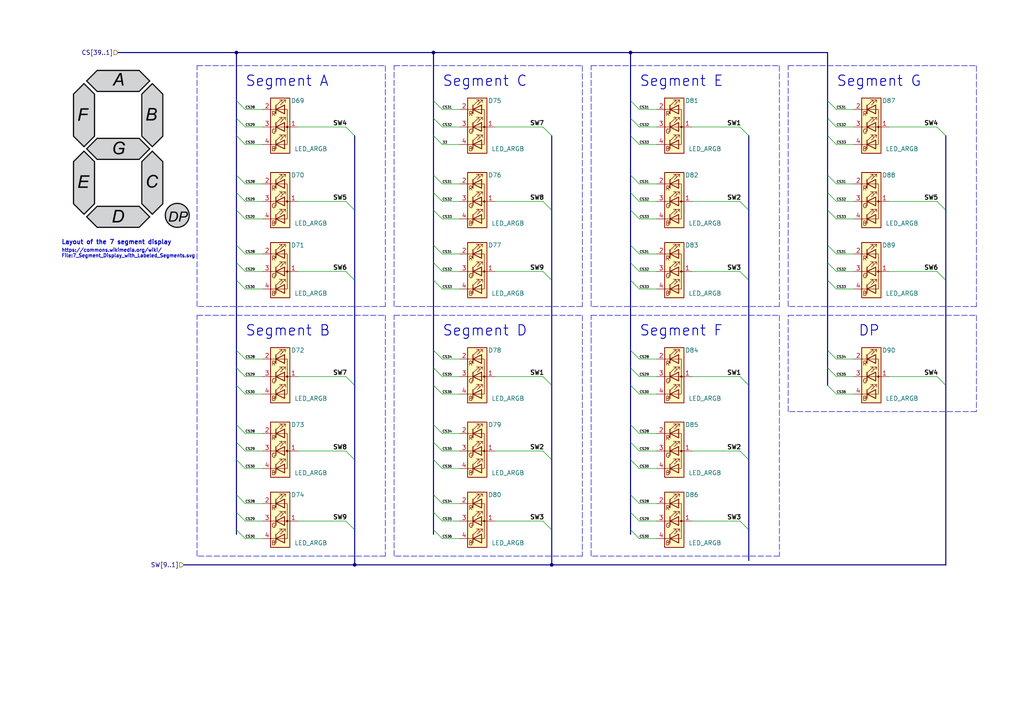
<source format=kicad_sch>
(kicad_sch (version 20211123) (generator eeschema)
  (paper "A4")
  (title_block (title "PMod RGB & Segment Display") (rev "v0.1") (company "James Horton") (comment 1 "interface, all LED's are designed to be indivdually addressable ") (comment 2 "This design is a 4 Digit Seven Segment Display made from RGB LED's, controlled using I2C") (comment 4 "Licensed Under CERN Open Hardware Licence Version 2 - Permissive"))
  (lib_symbols
    (symbol "Device:LED_ARGB" (pin_names (offset 0) hide)
      (property "Reference" "D" (at 0 9.398 0))
      (property "Value" "LED_ARGB" (at 0 -8.89 0))
      (symbol "LED_ARGB_0_0"
        (text "B" (at -1.905 -6.35 0) (effects (font (size 1.27 1.27))))
        (text "G" (at -1.905 -1.27 0) (effects (font (size 1.27 1.27))))
        (text "R" (at -1.905 3.81 0) (effects (font (size 1.27 1.27))))
      )
      (symbol "LED_ARGB_0_1"
        (polyline (pts (xy -1.27 -5.08) (xy -2.54 -5.08)))
        (polyline (pts (xy -1.27 -5.08) (xy 1.27 -5.08)))
        (polyline (pts (xy -1.27 -3.81) (xy -1.27 -6.35)) (stroke (width 0.254)))
        (polyline (pts (xy -1.27 0) (xy -2.54 0)))
        (polyline (pts (xy -1.27 1.27) (xy -1.27 -1.27)) (stroke (width 0.254)))
        (polyline (pts (xy -1.27 5.08) (xy -2.54 5.08)))
        (polyline (pts (xy -1.27 5.08) (xy 1.27 5.08)))
        (polyline (pts (xy -1.27 6.35) (xy -1.27 3.81)) (stroke (width 0.254)))
        (polyline (pts (xy 1.27 0) (xy -1.27 0)))
        (polyline (pts (xy 1.27 0) (xy 2.54 0)))
        (polyline (pts (xy -1.27 1.27) (xy -1.27 -1.27) (xy -1.27 -1.27)))
        (polyline (pts (xy -1.27 6.35) (xy -1.27 3.81) (xy -1.27 3.81)))
        (polyline (pts (xy 1.27 -5.08) (xy 2.032 -5.08) (xy 2.032 5.08) (xy 1.27 5.08)))
        (polyline (pts (xy 1.27 -3.81) (xy 1.27 -6.35) (xy -1.27 -5.08) (xy 1.27 -3.81)) (stroke (width 0.254)))
        (polyline (pts (xy 1.27 1.27) (xy 1.27 -1.27) (xy -1.27 0) (xy 1.27 1.27)) (stroke (width 0.254)))
        (polyline (pts (xy 1.27 6.35) (xy 1.27 3.81) (xy -1.27 5.08) (xy 1.27 6.35)) (stroke (width 0.254)))
        (polyline (pts (xy -1.016 -3.81) (xy 0.508 -2.286) (xy -0.254 -2.286) (xy 0.508 -2.286) (xy 0.508 -3.048)))
        (polyline (pts (xy -1.016 1.27) (xy 0.508 2.794) (xy -0.254 2.794) (xy 0.508 2.794) (xy 0.508 2.032)))
        (polyline (pts (xy -1.016 6.35) (xy 0.508 7.874) (xy -0.254 7.874) (xy 0.508 7.874) (xy 0.508 7.112)))
        (polyline (pts (xy 0 -3.81) (xy 1.524 -2.286) (xy 0.762 -2.286) (xy 1.524 -2.286) (xy 1.524 -3.048)))
        (polyline (pts (xy 0 1.27) (xy 1.524 2.794) (xy 0.762 2.794) (xy 1.524 2.794) (xy 1.524 2.032)))
        (polyline (pts (xy 0 6.35) (xy 1.524 7.874) (xy 0.762 7.874) (xy 1.524 7.874) (xy 1.524 7.112)))
        (rectangle (start 1.27 -1.27) (end 1.27 1.27))
        (rectangle (start 1.27 1.27) (end 1.27 1.27))
        (rectangle (start 1.27 3.81) (end 1.27 6.35))
        (rectangle (start 1.27 6.35) (end 1.27 6.35))
        (circle (center 2.032 0) (radius 0.254) (fill (type outline)))
        (rectangle (start 2.794 8.382) (end -2.794 -7.62) (stroke (width 0.254)) (fill (type background)))
      )
      (symbol "LED_ARGB_1_1"
        (pin passive line (at 5.08 0 180) (length 2.54) (name "A") (number "1"))
        (pin passive line (at -5.08 5.08 0) (length 2.54) (name "RK") (number "2"))
        (pin passive line (at -5.08 0 0) (length 2.54) (name "GK") (number "3"))
        (pin passive line (at -5.08 -5.08 0) (length 2.54) (name "BK") (number "4"))
      )
    )
  )
  (junction (at 160.02 163.83))
  (junction (at 182.88 15.24))
  (junction (at 125.73 15.24))
  (junction (at 102.87 163.83))
  (junction (at 68.58 15.24))
  (bus_entry (at 182.88 55.88) (size 2.54 2.54))
  (bus_entry (at 125.73 133.35) (size 2.54 2.54))
  (bus_entry (at 100.33 36.83) (size 2.54 2.54))
  (bus_entry (at 100.33 78.74) (size 2.54 2.54))
  (bus_entry (at 125.73 81.28) (size 2.54 2.54))
  (bus_entry (at 240.03 55.88) (size 2.54 2.54))
  (bus_entry (at 182.88 76.2) (size 2.54 2.54))
  (bus_entry (at 182.88 50.8) (size 2.54 2.54))
  (bus_entry (at 125.73 50.8) (size 2.54 2.54))
  (bus_entry (at 68.58 39.37) (size 2.54 2.54))
  (bus_entry (at 214.63 109.22) (size 2.54 2.54))
  (bus_entry (at 125.73 143.51) (size 2.54 2.54))
  (bus_entry (at 157.48 58.42) (size 2.54 2.54))
  (bus_entry (at 240.03 106.68) (size 2.54 2.54))
  (bus_entry (at 68.58 143.51) (size 2.54 2.54))
  (bus_entry (at 182.88 128.27) (size 2.54 2.54))
  (bus_entry (at 100.33 130.81) (size 2.54 2.54))
  (bus_entry (at 182.88 133.35) (size 2.54 2.54))
  (bus_entry (at 182.88 39.37) (size 2.54 2.54))
  (bus_entry (at 100.33 109.22) (size 2.54 2.54))
  (bus_entry (at 182.88 101.6) (size 2.54 2.54))
  (bus_entry (at 125.73 148.59) (size 2.54 2.54))
  (bus_entry (at 182.88 111.76) (size 2.54 2.54))
  (bus_entry (at 240.03 71.12) (size 2.54 2.54))
  (bus_entry (at 182.88 60.96) (size 2.54 2.54))
  (bus_entry (at 100.33 151.13) (size 2.54 2.54))
  (bus_entry (at 240.03 39.37) (size 2.54 2.54))
  (bus_entry (at 271.78 58.42) (size 2.54 2.54))
  (bus_entry (at 240.03 50.8) (size 2.54 2.54))
  (bus_entry (at 182.88 148.59) (size 2.54 2.54))
  (bus_entry (at 125.73 153.67) (size 2.54 2.54))
  (bus_entry (at 182.88 34.29) (size 2.54 2.54))
  (bus_entry (at 125.73 71.12) (size 2.54 2.54))
  (bus_entry (at 68.58 153.67) (size 2.54 2.54))
  (bus_entry (at 100.33 58.42) (size 2.54 2.54))
  (bus_entry (at 182.88 81.28) (size 2.54 2.54))
  (bus_entry (at 240.03 101.6) (size 2.54 2.54))
  (bus_entry (at 182.88 71.12) (size 2.54 2.54))
  (bus_entry (at 214.63 58.42) (size 2.54 2.54))
  (bus_entry (at 125.73 111.76) (size 2.54 2.54))
  (bus_entry (at 125.73 106.68) (size 2.54 2.54))
  (bus_entry (at 182.88 123.19) (size 2.54 2.54))
  (bus_entry (at 68.58 133.35) (size 2.54 2.54))
  (bus_entry (at 240.03 111.76) (size 2.54 2.54))
  (bus_entry (at 214.63 151.13) (size 2.54 2.54))
  (bus_entry (at 157.48 78.74) (size 2.54 2.54))
  (bus_entry (at 68.58 71.12) (size 2.54 2.54))
  (bus_entry (at 125.73 101.6) (size 2.54 2.54))
  (bus_entry (at 214.63 78.74) (size 2.54 2.54))
  (bus_entry (at 125.73 29.21) (size 2.54 2.54))
  (bus_entry (at 68.58 101.6) (size 2.54 2.54))
  (bus_entry (at 240.03 81.28) (size 2.54 2.54))
  (bus_entry (at 125.73 76.2) (size 2.54 2.54))
  (bus_entry (at 157.48 36.83) (size 2.54 2.54))
  (bus_entry (at 125.73 34.29) (size 2.54 2.54))
  (bus_entry (at 182.88 29.21) (size 2.54 2.54))
  (bus_entry (at 68.58 60.96) (size 2.54 2.54))
  (bus_entry (at 157.48 151.13) (size 2.54 2.54))
  (bus_entry (at 68.58 55.88) (size 2.54 2.54))
  (bus_entry (at 240.03 29.21) (size 2.54 2.54))
  (bus_entry (at 240.03 60.96) (size 2.54 2.54))
  (bus_entry (at 125.73 60.96) (size 2.54 2.54))
  (bus_entry (at 68.58 29.21) (size 2.54 2.54))
  (bus_entry (at 157.48 109.22) (size 2.54 2.54))
  (bus_entry (at 214.63 36.83) (size 2.54 2.54))
  (bus_entry (at 68.58 128.27) (size 2.54 2.54))
  (bus_entry (at 68.58 34.29) (size 2.54 2.54))
  (bus_entry (at 68.58 106.68) (size 2.54 2.54))
  (bus_entry (at 240.03 76.2) (size 2.54 2.54))
  (bus_entry (at 68.58 148.59) (size 2.54 2.54))
  (bus_entry (at 68.58 76.2) (size 2.54 2.54))
  (bus_entry (at 157.48 130.81) (size 2.54 2.54))
  (bus_entry (at 240.03 34.29) (size 2.54 2.54))
  (bus_entry (at 271.78 109.22) (size 2.54 2.54))
  (bus_entry (at 125.73 55.88) (size 2.54 2.54))
  (bus_entry (at 271.78 36.83) (size 2.54 2.54))
  (bus_entry (at 68.58 50.8) (size 2.54 2.54))
  (bus_entry (at 125.73 39.37) (size 2.54 2.54))
  (bus_entry (at 125.73 123.19) (size 2.54 2.54))
  (bus_entry (at 182.88 143.51) (size 2.54 2.54))
  (bus_entry (at 271.78 78.74) (size 2.54 2.54))
  (bus_entry (at 125.73 128.27) (size 2.54 2.54))
  (bus_entry (at 68.58 111.76) (size 2.54 2.54))
  (bus_entry (at 68.58 123.19) (size 2.54 2.54))
  (bus_entry (at 182.88 106.68) (size 2.54 2.54))
  (bus_entry (at 68.58 81.28) (size 2.54 2.54))
  (bus_entry (at 182.88 153.67) (size 2.54 2.54))
  (bus_entry (at 214.63 130.81) (size 2.54 2.54))
  (wire (pts (xy 200.66 109.22) (xy 214.63 109.22)))
  (wire (pts (xy 86.36 109.22) (xy 100.33 109.22)))
  (wire (pts (xy 242.57 36.83) (xy 247.65 36.83)))
  (bus (pts (xy 125.73 143.51) (xy 125.73 148.59)))
  (wire (pts (xy 71.12 73.66) (xy 76.2 73.66)))
  (wire (pts (xy 71.12 36.83) (xy 76.2 36.83)))
  (bus (pts (xy 68.58 123.19) (xy 68.58 128.27)))
  (polyline (pts (xy 171.45 88.9) (xy 171.45 19.05)))
  (wire (pts (xy 242.57 104.14) (xy 247.65 104.14)))
  (bus (pts (xy 274.32 81.28) (xy 274.32 111.76)))
  (wire (pts (xy 185.42 104.14) (xy 190.5 104.14)))
  (bus (pts (xy 102.87 39.37) (xy 102.87 60.96)))
  (wire (pts (xy 214.63 130.81) (xy 200.66 130.81)))
  (wire (pts (xy 128.27 156.21) (xy 133.35 156.21)))
  (bus (pts (xy 125.73 15.24) (xy 182.88 15.24)))
  (bus (pts (xy 240.03 50.8) (xy 240.03 55.88)))
  (wire (pts (xy 242.57 73.66) (xy 247.65 73.66)))
  (wire (pts (xy 128.27 78.74) (xy 133.35 78.74)))
  (wire (pts (xy 185.42 156.21) (xy 190.5 156.21)))
  (bus (pts (xy 160.02 81.28) (xy 160.02 111.76)))
  (bus (pts (xy 125.73 55.88) (xy 125.73 60.96)))
  (wire (pts (xy 242.57 41.91) (xy 247.65 41.91)))
  (wire (pts (xy 200.66 36.83) (xy 214.63 36.83)))
  (polyline (pts (xy 111.76 19.05) (xy 111.76 88.9)))
  (wire (pts (xy 257.81 78.74) (xy 271.78 78.74)))
  (bus (pts (xy 102.87 60.96) (xy 102.87 81.28)))
  (polyline (pts (xy 283.21 119.38) (xy 228.6 119.38)))
  (bus (pts (xy 182.88 60.96) (xy 182.88 71.12)))
  (bus (pts (xy 125.73 71.12) (xy 125.73 76.2)))
  (bus (pts (xy 182.88 133.35) (xy 182.88 143.51)))
  (bus (pts (xy 68.58 15.24) (xy 125.73 15.24)))
  (bus (pts (xy 160.02 60.96) (xy 160.02 81.28)))
  (wire (pts (xy 128.27 114.3) (xy 133.35 114.3)))
  (wire (pts (xy 71.12 78.74) (xy 76.2 78.74)))
  (wire (pts (xy 71.12 31.75) (xy 76.2 31.75)))
  (bus (pts (xy 182.88 148.59) (xy 182.88 153.67)))
  (bus (pts (xy 182.88 29.21) (xy 182.88 34.29)))
  (wire (pts (xy 143.51 36.83) (xy 157.48 36.83)))
  (bus (pts (xy 68.58 76.2) (xy 68.58 81.28)))
  (wire (pts (xy 128.27 31.75) (xy 133.35 31.75)))
  (wire (pts (xy 71.12 156.21) (xy 76.2 156.21)))
  (bus (pts (xy 53.34 163.83) (xy 102.87 163.83)))
  (wire (pts (xy 185.42 146.05) (xy 190.5 146.05)))
  (bus (pts (xy 68.58 153.67) (xy 68.58 154.94)))
  (bus (pts (xy 160.02 163.83) (xy 274.32 163.83)))
  (wire (pts (xy 185.42 53.34) (xy 190.5 53.34)))
  (polyline (pts (xy 171.45 161.29) (xy 171.45 91.44)))
  (wire (pts (xy 143.51 109.22) (xy 157.48 109.22)))
  (bus (pts (xy 68.58 111.76) (xy 68.58 123.19)))
  (wire (pts (xy 214.63 58.42) (xy 200.66 58.42)))
  (bus (pts (xy 217.17 39.37) (xy 217.17 60.96)))
  (wire (pts (xy 242.57 58.42) (xy 247.65 58.42)))
  (wire (pts (xy 185.42 73.66) (xy 190.5 73.66)))
  (bus (pts (xy 182.88 143.51) (xy 182.88 148.59)))
  (bus (pts (xy 182.88 106.68) (xy 182.88 111.76)))
  (wire (pts (xy 128.27 104.14) (xy 133.35 104.14)))
  (bus (pts (xy 182.88 50.8) (xy 182.88 55.88)))
  (bus (pts (xy 160.02 133.35) (xy 160.02 153.67)))
  (wire (pts (xy 128.27 151.13) (xy 133.35 151.13)))
  (wire (pts (xy 271.78 58.42) (xy 257.81 58.42)))
  (wire (pts (xy 242.57 31.75) (xy 247.65 31.75)))
  (bus (pts (xy 240.03 55.88) (xy 240.03 60.96)))
  (wire (pts (xy 185.42 58.42) (xy 190.5 58.42)))
  (wire (pts (xy 185.42 36.83) (xy 190.5 36.83)))
  (bus (pts (xy 68.58 29.21) (xy 68.58 34.29)))
  (wire (pts (xy 185.42 114.3) (xy 190.5 114.3)))
  (bus (pts (xy 68.58 39.37) (xy 68.58 50.8)))
  (bus (pts (xy 240.03 101.6) (xy 240.03 106.68)))
  (wire (pts (xy 128.27 41.91) (xy 133.35 41.91)))
  (wire (pts (xy 128.27 125.73) (xy 133.35 125.73)))
  (wire (pts (xy 257.81 109.22) (xy 271.78 109.22)))
  (wire (pts (xy 185.42 41.91) (xy 190.5 41.91)))
  (polyline (pts (xy 114.3 88.9) (xy 114.3 19.05)))
  (bus (pts (xy 102.87 81.28) (xy 102.87 111.76)))
  (wire (pts (xy 71.12 130.81) (xy 76.2 130.81)))
  (bus (pts (xy 217.17 153.67) (xy 217.17 162.56)))
  (bus (pts (xy 217.17 81.28) (xy 217.17 111.76)))
  (bus (pts (xy 68.58 81.28) (xy 68.58 101.6)))
  (polyline (pts (xy 171.45 19.05) (xy 226.06 19.05)))
  (wire (pts (xy 71.12 114.3) (xy 76.2 114.3)))
  (polyline (pts (xy 226.06 91.44) (xy 226.06 161.29)))
  (wire (pts (xy 185.42 109.22) (xy 190.5 109.22)))
  (bus (pts (xy 125.73 148.59) (xy 125.73 153.67)))
  (bus (pts (xy 125.73 34.29) (xy 125.73 39.37)))
  (bus (pts (xy 102.87 111.76) (xy 102.87 133.35)))
  (bus (pts (xy 182.88 15.24) (xy 240.03 15.24)))
  (polyline (pts (xy 57.15 91.44) (xy 111.76 91.44)))
  (polyline (pts (xy 228.6 19.05) (xy 283.21 19.05)))
  (polyline (pts (xy 228.6 119.38) (xy 228.6 91.44)))
  (bus (pts (xy 68.58 133.35) (xy 68.58 143.51)))
  (polyline (pts (xy 111.76 91.44) (xy 111.76 161.29)))
  (wire (pts (xy 157.48 58.42) (xy 143.51 58.42)))
  (bus (pts (xy 274.32 60.96) (xy 274.32 81.28)))
  (bus (pts (xy 125.73 81.28) (xy 125.73 101.6)))
  (wire (pts (xy 157.48 130.81) (xy 143.51 130.81)))
  (bus (pts (xy 125.73 111.76) (xy 125.73 123.19)))
  (wire (pts (xy 71.12 58.42) (xy 76.2 58.42)))
  (polyline (pts (xy 228.6 91.44) (xy 283.21 91.44)))
  (bus (pts (xy 182.88 153.67) (xy 182.88 154.94)))
  (wire (pts (xy 143.51 78.74) (xy 157.48 78.74)))
  (wire (pts (xy 185.42 135.89) (xy 190.5 135.89)))
  (polyline (pts (xy 57.15 19.05) (xy 111.76 19.05)))
  (wire (pts (xy 86.36 151.13) (xy 100.33 151.13)))
  (wire (pts (xy 242.57 63.5) (xy 247.65 63.5)))
  (bus (pts (xy 240.03 15.24) (xy 240.03 29.21)))
  (bus (pts (xy 125.73 15.24) (xy 125.73 29.21)))
  (polyline (pts (xy 283.21 19.05) (xy 283.21 88.9)))
  (wire (pts (xy 71.12 146.05) (xy 76.2 146.05)))
  (wire (pts (xy 200.66 151.13) (xy 214.63 151.13)))
  (polyline (pts (xy 57.15 88.9) (xy 57.15 19.05)))
  (bus (pts (xy 274.32 111.76) (xy 274.32 163.83)))
  (bus (pts (xy 217.17 111.76) (xy 217.17 133.35)))
  (bus (pts (xy 102.87 133.35) (xy 102.87 153.67)))
  (polyline (pts (xy 228.6 88.9) (xy 228.6 19.05)))
  (wire (pts (xy 242.57 53.34) (xy 247.65 53.34)))
  (bus (pts (xy 125.73 29.21) (xy 125.73 34.29)))
  (wire (pts (xy 200.66 78.74) (xy 214.63 78.74)))
  (bus (pts (xy 125.73 133.35) (xy 125.73 143.51)))
  (bus (pts (xy 182.88 76.2) (xy 182.88 81.28)))
  (wire (pts (xy 143.51 151.13) (xy 157.48 151.13)))
  (bus (pts (xy 125.73 101.6) (xy 125.73 106.68)))
  (bus (pts (xy 125.73 153.67) (xy 125.73 154.94)))
  (polyline (pts (xy 283.21 91.44) (xy 283.21 119.38)))
  (wire (pts (xy 185.42 63.5) (xy 190.5 63.5)))
  (bus (pts (xy 68.58 148.59) (xy 68.58 153.67)))
  (bus (pts (xy 182.88 81.28) (xy 182.88 101.6)))
  (bus (pts (xy 125.73 50.8) (xy 125.73 55.88)))
  (bus (pts (xy 68.58 101.6) (xy 68.58 106.68)))
  (bus (pts (xy 160.02 153.67) (xy 160.02 163.83)))
  (bus (pts (xy 125.73 123.19) (xy 125.73 128.27)))
  (bus (pts (xy 68.58 106.68) (xy 68.58 111.76)))
  (bus (pts (xy 68.58 71.12) (xy 68.58 76.2)))
  (bus (pts (xy 160.02 111.76) (xy 160.02 133.35)))
  (wire (pts (xy 128.27 73.66) (xy 133.35 73.66)))
  (bus (pts (xy 182.88 39.37) (xy 182.88 50.8)))
  (bus (pts (xy 160.02 39.37) (xy 160.02 60.96)))
  (bus (pts (xy 182.88 123.19) (xy 182.88 128.27)))
  (polyline (pts (xy 168.91 91.44) (xy 168.91 161.29)))
  (bus (pts (xy 182.88 15.24) (xy 182.88 29.21)))
  (bus (pts (xy 217.17 133.35) (xy 217.17 153.67)))
  (polyline (pts (xy 226.06 88.9) (xy 171.45 88.9)))
  (polyline (pts (xy 114.3 19.05) (xy 168.91 19.05)))
  (wire (pts (xy 71.12 63.5) (xy 76.2 63.5)))
  (wire (pts (xy 71.12 135.89) (xy 76.2 135.89)))
  (wire (pts (xy 100.33 130.81) (xy 86.36 130.81)))
  (polyline (pts (xy 114.3 161.29) (xy 114.3 91.44)))
  (bus (pts (xy 125.73 76.2) (xy 125.73 81.28)))
  (wire (pts (xy 128.27 58.42) (xy 133.35 58.42)))
  (polyline (pts (xy 111.76 161.29) (xy 57.15 161.29)))
  (wire (pts (xy 257.81 36.83) (xy 271.78 36.83)))
  (wire (pts (xy 185.42 31.75) (xy 190.5 31.75)))
  (bus (pts (xy 68.58 143.51) (xy 68.58 148.59)))
  (bus (pts (xy 240.03 29.21) (xy 240.03 34.29)))
  (bus (pts (xy 217.17 60.96) (xy 217.17 81.28)))
  (wire (pts (xy 86.36 36.83) (xy 100.33 36.83)))
  (wire (pts (xy 185.42 125.73) (xy 190.5 125.73)))
  (bus (pts (xy 125.73 60.96) (xy 125.73 71.12)))
  (bus (pts (xy 240.03 39.37) (xy 240.03 50.8)))
  (bus (pts (xy 102.87 153.67) (xy 102.87 163.83)))
  (bus (pts (xy 240.03 76.2) (xy 240.03 81.28)))
  (wire (pts (xy 128.27 135.89) (xy 133.35 135.89)))
  (wire (pts (xy 86.36 78.74) (xy 100.33 78.74)))
  (wire (pts (xy 185.42 83.82) (xy 190.5 83.82)))
  (polyline (pts (xy 168.91 19.05) (xy 168.91 88.9)))
  (wire (pts (xy 128.27 36.83) (xy 133.35 36.83)))
  (bus (pts (xy 182.88 71.12) (xy 182.88 76.2)))
  (bus (pts (xy 182.88 111.76) (xy 182.88 123.19)))
  (wire (pts (xy 71.12 151.13) (xy 76.2 151.13)))
  (bus (pts (xy 182.88 128.27) (xy 182.88 133.35)))
  (bus (pts (xy 68.58 15.24) (xy 68.58 29.21)))
  (bus (pts (xy 68.58 55.88) (xy 68.58 60.96)))
  (bus (pts (xy 182.88 101.6) (xy 182.88 106.68)))
  (wire (pts (xy 242.57 114.3) (xy 247.65 114.3)))
  (wire (pts (xy 185.42 151.13) (xy 190.5 151.13)))
  (wire (pts (xy 71.12 125.73) (xy 76.2 125.73)))
  (wire (pts (xy 71.12 83.82) (xy 76.2 83.82)))
  (wire (pts (xy 242.57 78.74) (xy 247.65 78.74)))
  (bus (pts (xy 34.29 15.24) (xy 68.58 15.24)))
  (polyline (pts (xy 283.21 88.9) (xy 228.6 88.9)))
  (bus (pts (xy 182.88 55.88) (xy 182.88 60.96)))
  (wire (pts (xy 128.27 130.81) (xy 133.35 130.81)))
  (bus (pts (xy 240.03 34.29) (xy 240.03 39.37)))
  (polyline (pts (xy 114.3 91.44) (xy 168.91 91.44)))
  (bus (pts (xy 125.73 128.27) (xy 125.73 133.35)))
  (wire (pts (xy 128.27 53.34) (xy 133.35 53.34)))
  (wire (pts (xy 128.27 63.5) (xy 133.35 63.5)))
  (bus (pts (xy 240.03 60.96) (xy 240.03 71.12)))
  (polyline (pts (xy 168.91 88.9) (xy 114.3 88.9)))
  (bus (pts (xy 240.03 81.28) (xy 240.03 101.6)))
  (polyline (pts (xy 111.76 88.9) (xy 57.15 88.9)))
  (polyline (pts (xy 226.06 161.29) (xy 171.45 161.29)))
  (bus (pts (xy 125.73 106.68) (xy 125.73 111.76)))
  (wire (pts (xy 242.57 109.22) (xy 247.65 109.22)))
  (wire (pts (xy 71.12 41.91) (xy 76.2 41.91)))
  (bus (pts (xy 274.32 39.37) (xy 274.32 60.96)))
  (bus (pts (xy 102.87 163.83) (xy 160.02 163.83)))
  (polyline (pts (xy 171.45 91.44) (xy 226.06 91.44)))
  (polyline (pts (xy 168.91 161.29) (xy 114.3 161.29)))
  (polyline (pts (xy 57.15 161.29) (xy 57.15 91.44)))
  (bus (pts (xy 125.73 39.37) (xy 125.73 50.8)))
  (wire (pts (xy 128.27 146.05) (xy 133.35 146.05)))
  (bus (pts (xy 68.58 50.8) (xy 68.58 55.88)))
  (bus (pts (xy 240.03 106.68) (xy 240.03 111.76)))
  (wire (pts (xy 185.42 130.81) (xy 190.5 130.81)))
  (polyline (pts (xy 226.06 19.05) (xy 226.06 88.9)))
  (wire (pts (xy 128.27 109.22) (xy 133.35 109.22)))
  (bus (pts (xy 68.58 34.29) (xy 68.58 39.37)))
  (wire (pts (xy 242.57 83.82) (xy 247.65 83.82)))
  (wire (pts (xy 185.42 78.74) (xy 190.5 78.74)))
  (wire (pts (xy 71.12 53.34) (xy 76.2 53.34)))
  (bus (pts (xy 68.58 128.27) (xy 68.58 133.35)))
  (bus (pts (xy 240.03 71.12) (xy 240.03 76.2)))
  (wire (pts (xy 71.12 104.14) (xy 76.2 104.14)))
  (wire (pts (xy 128.27 83.82) (xy 133.35 83.82)))
  (wire (pts (xy 71.12 109.22) (xy 76.2 109.22)))
  (wire (pts (xy 100.33 58.42) (xy 86.36 58.42)))
  (bus (pts (xy 182.88 34.29) (xy 182.88 39.37)))
  (bus (pts (xy 68.58 60.96) (xy 68.58 71.12)))
  (image (at 38.1 43.18))
  (text "https://commons.wikimedia.org/wiki/\nFile:7_Segment_Display_with_Labeled_Segments.svg" (at 17.78 74.93 0) (effects (font (size 1 1) bold) (justify left bottom)))
  (text "Segment F" (at 185.42 97.79 0) (effects (font (size 3 3) (thickness 0.254) bold) (justify left bottom)))
  (text "Segment D" (at 128.27 97.79 0) (effects (font (size 3 3) (thickness 0.254) bold) (justify left bottom)))
  (text "Segment G" (at 242.57 25.4 0) (effects (font (size 3 3) (thickness 0.254) bold) (justify left bottom)))
  (text "Segment E" (at 185.42 25.4 0) (effects (font (size 3 3) (thickness 0.254) bold) (justify left bottom)))
  (text "Segment A" (at 71.12 25.4 0) (effects (font (size 3 3) (thickness 0.254) bold) (justify left bottom)))
  (text "DP\n" (at 248.92 97.79 0) (effects (font (size 3 3) (thickness 0.254) bold) (justify left bottom)))
  (text "Layout of the 7 segment display" (at 17.78 71.12 0) (effects (font (size 1.27 1.27) bold) (justify left bottom)))
  (text "Segment C" (at 128.27 25.4 0) (effects (font (size 3 3) (thickness 0.254) bold) (justify left bottom)))
  (text "Segment B" (at 71.12 97.79 0) (effects (font (size 3 3) (thickness 0.254) bold) (justify left bottom)))
  (label "SW3" (at 153.67 151.13 0) (effects (font bold)))
  (label "CS30" (at 71.12 83.82 0) (effects (font (size 0.7 0.7) bold)))
  (label "CS29" (at 71.12 151.13 0) (effects (font (size 0.7 0.7) bold)))
  (label "CS29" (at 71.12 130.81 0) (effects (font (size 0.7 0.7) bold)))
  (label "SW8" (at 96.52 130.81 0) (effects (font bold)))
  (label "CS31" (at 185.42 31.75 0) (effects (font (size 0.7 0.7) bold)))
  (label "CS32" (at 128.27 78.74 0) (effects (font (size 0.7 0.7) bold)))
  (label "CS29" (at 71.12 78.74 0) (effects (font (size 0.7 0.7) bold)))
  (label "CS33" (at 185.42 83.82 0) (effects (font (size 0.7 0.7) bold)))
  (label "CS30" (at 185.42 114.3 0) (effects (font (size 0.7 0.7) bold)))
  (label "CS32" (at 242.57 78.74 0) (effects (font (size 0.7 0.7) bold)))
  (label "CS33" (at 242.57 83.82 0) (effects (font (size 0.7 0.7) bold)))
  (label "SW2" (at 153.67 130.81 0) (effects (font bold)))
  (label "CS28" (at 71.12 53.34 0) (effects (font (size 0.7 0.7) bold)))
  (label "CS28" (at 71.12 125.73 0) (effects (font (size 0.7 0.7) bold)))
  (label "CS29" (at 185.42 130.81 0) (effects (font (size 0.7 0.7) bold)))
  (label "CS31" (at 185.42 53.34 0) (effects (font (size 0.7 0.7) bold)))
  (label "CS33" (at 242.57 41.91 0) (effects (font (size 0.7 0.7) bold)))
  (label "SW6" (at 267.97 78.74 0) (effects (font bold)))
  (label "CS33" (at 128.27 83.82 0) (effects (font (size 0.7 0.7) bold)))
  (label "CS32" (at 128.27 58.42 0) (effects (font (size 0.7 0.7) bold)))
  (label "CS35" (at 128.27 109.22 0) (effects (font (size 0.7 0.7) bold)))
  (label "CS33" (at 128.27 63.5 0) (effects (font (size 0.7 0.7) bold)))
  (label "SW5" (at 96.52 58.42 0) (effects (font bold)))
  (label "CS34" (at 128.27 146.05 0) (effects (font (size 0.7 0.7) bold)))
  (label "CS35" (at 128.27 130.81 0) (effects (font (size 0.7 0.7) bold)))
  (label "CS32" (at 242.57 58.42 0) (effects (font (size 0.7 0.7) bold)))
  (label "SW1" (at 153.67 109.22 0) (effects (font bold)))
  (label "CS30" (at 71.12 41.91 0) (effects (font (size 0.7 0.7) bold)))
  (label "CS36" (at 128.27 156.21 0) (effects (font (size 0.7 0.7) bold)))
  (label "CS34" (at 242.57 104.14 0) (effects (font (size 0.7 0.7) bold)))
  (label "CS34" (at 128.27 104.14 0) (effects (font (size 0.7 0.7) bold)))
  (label "SW8" (at 153.67 58.42 0) (effects (font bold)))
  (label "SW5" (at 267.97 58.42 0) (effects (font bold)))
  (label "CS30" (at 71.12 156.21 0) (effects (font (size 0.7 0.7) bold)))
  (label "CS29" (at 185.42 109.22 0) (effects (font (size 0.7 0.7) bold)))
  (label "CS28" (at 71.12 146.05 0) (effects (font (size 0.7 0.7) bold)))
  (label "SW4" (at 267.97 36.83 0) (effects (font bold)))
  (label "CS28" (at 71.12 73.66 0) (effects (font (size 0.7 0.7) bold)))
  (label "CS31" (at 185.42 73.66 0) (effects (font (size 0.7 0.7) bold)))
  (label "CS31" (at 242.57 53.34 0) (effects (font (size 0.7 0.7) bold)))
  (label "CS28" (at 71.12 31.75 0) (effects (font (size 0.7 0.7) bold)))
  (label "CS31" (at 128.27 31.75 0) (effects (font (size 0.7 0.7) bold)))
  (label "CS30" (at 71.12 135.89 0) (effects (font (size 0.7 0.7) bold)))
  (label "33" (at 128.27 41.91 0) (effects (font (size 0.7 0.7) bold)))
  (label "CS30" (at 71.12 114.3 0) (effects (font (size 0.7 0.7) bold)))
  (label "CS32" (at 185.42 36.83 0) (effects (font (size 0.7 0.7) bold)))
  (label "CS36" (at 242.57 114.3 0) (effects (font (size 0.7 0.7) bold)))
  (label "SW2" (at 210.82 58.42 0) (effects (font bold)))
  (label "CS36" (at 128.27 114.3 0) (effects (font (size 0.7 0.7) bold)))
  (label "CS35" (at 128.27 151.13 0) (effects (font (size 0.7 0.7) bold)))
  (label "CS32" (at 128.27 36.83 0) (effects (font (size 0.7 0.7) bold)))
  (label "CS29" (at 71.12 109.22 0) (effects (font (size 0.7 0.7) bold)))
  (label "CS29" (at 71.12 36.83 0) (effects (font (size 0.7 0.7) bold)))
  (label "SW2" (at 210.82 130.81 0) (effects (font bold)))
  (label "CS32" (at 185.42 78.74 0) (effects (font (size 0.7 0.7) bold)))
  (label "CS29" (at 71.12 58.42 0) (effects (font (size 0.7 0.7) bold)))
  (label "SW4" (at 96.52 36.83 0) (effects (font bold)))
  (label "SW3" (at 210.82 151.13 0) (effects (font bold)))
  (label "CS28" (at 185.42 104.14 0) (effects (font (size 0.7 0.7) bold)))
  (label "CS33" (at 185.42 41.91 0) (effects (font (size 0.7 0.7) bold)))
  (label "SW9" (at 153.67 78.74 0) (effects (font bold)))
  (label "CS29" (at 185.42 151.13 0) (effects (font (size 0.7 0.7) bold)))
  (label "SW9" (at 96.52 151.13 0) (effects (font bold)))
  (label "SW7" (at 153.67 36.83 0) (effects (font bold)))
  (label "CS34" (at 128.27 125.73 0) (effects (font (size 0.7 0.7) bold)))
  (label "SW6" (at 96.52 78.74 0) (effects (font bold)))
  (label "CS35" (at 242.57 109.22 0) (effects (font (size 0.7 0.7) bold)))
  (label "CS32" (at 185.42 58.42 0) (effects (font (size 0.7 0.7) bold)))
  (label "CS31" (at 242.57 73.66 0) (effects (font (size 0.7 0.7) bold)))
  (label "CS36" (at 128.27 135.89 0) (effects (font (size 0.7 0.7) bold)))
  (label "CS31" (at 128.27 53.34 0) (effects (font (size 0.7 0.7) bold)))
  (label "CS28" (at 185.42 146.05 0) (effects (font (size 0.7 0.7) bold)))
  (label "CS30" (at 185.42 135.89 0) (effects (font (size 0.7 0.7) bold)))
  (label "CS30" (at 185.42 156.21 0) (effects (font (size 0.7 0.7) bold)))
  (label "CS32" (at 242.57 36.83 0) (effects (font (size 0.7 0.7) bold)))
  (label "CS28" (at 185.42 125.73 0) (effects (font (size 0.7 0.7) bold)))
  (label "CS33" (at 185.42 63.5 0) (effects (font (size 0.7 0.7) bold)))
  (label "SW3" (at 210.82 78.74 0) (effects (font bold)))
  (label "SW7" (at 96.52 109.22 0) (effects (font bold)))
  (label "CS31" (at 128.27 73.66 0) (effects (font (size 0.7 0.7) bold)))
  (label "SW1" (at 210.82 109.22 0) (effects (font bold)))
  (label "CS33" (at 242.57 63.5 0) (effects (font (size 0.7 0.7) bold)))
  (label "SW4" (at 267.97 109.22 0) (effects (font bold)))
  (label "CS20" (at 71.12 63.5 0) (effects (font (size 0.7 0.7) bold)))
  (label "SW1" (at 210.82 36.83 0) (effects (font bold)))
  (label "CS28" (at 71.12 104.14 0) (effects (font (size 0.7 0.7) bold)))
  (label "CS31" (at 242.57 31.75 0) (effects (font (size 0.7 0.7) bold)))
  (hierarchical_label "SW[9..1]" (shape input) (at 53.34 163.83 180))
  (hierarchical_label "CS[39..1]" (shape input) (at 34.29 15.24 180))
  (symbol (lib_id "Device:LED_ARGB") (at 252.73 109.22 0) (unit 1)
    (property "Reference" "D90" (at 257.81 101.6 0))
    (property "Value" "LED_ARGB" (at 261.62 115.57 0))
    (property "Footprint" "jjh:SX-0402-RGB" (effects hide))
  )
  (symbol (lib_id "Device:LED_ARGB") (at 138.43 151.13 0) (unit 1)
    (property "Reference" "D80" (at 143.51 143.51 0))
    (property "Value" "LED_ARGB" (at 147.32 157.48 0))
    (property "Footprint" "jjh:SX-0402-RGB" (effects hide))
  )
  (symbol (lib_id "Device:LED_ARGB") (at 195.58 151.13 0) (unit 1)
    (property "Reference" "D86" (at 200.66 143.51 0))
    (property "Value" "LED_ARGB" (at 204.47 157.48 0))
    (property "Footprint" "jjh:SX-0402-RGB" (effects hide))
  )
  (symbol (lib_id "Device:LED_ARGB") (at 138.43 36.83 0) (unit 1)
    (property "Reference" "D75" (at 143.51 29.21 0))
    (property "Value" "LED_ARGB" (at 147.32 43.18 0))
    (property "Footprint" "jjh:SX-0402-RGB" (effects hide))
  )
  (symbol (lib_id "Device:LED_ARGB") (at 195.58 36.83 0) (unit 1)
    (property "Reference" "D81" (at 200.66 29.21 0))
    (property "Value" "LED_ARGB" (at 204.47 43.18 0))
    (property "Footprint" "jjh:SX-0402-RGB" (effects hide))
  )
  (symbol (lib_id "Device:LED_ARGB") (at 81.28 78.74 0) (unit 1)
    (property "Reference" "D71" (at 86.36 71.12 0))
    (property "Value" "LED_ARGB" (at 90.17 85.09 0))
    (property "Footprint" "jjh:SX-0402-RGB" (effects hide))
  )
  (symbol (lib_id "Device:LED_ARGB") (at 195.58 130.81 0) (unit 1)
    (property "Reference" "D85" (at 200.66 123.19 0))
    (property "Value" "LED_ARGB" (at 204.47 137.16 0))
    (property "Footprint" "jjh:SX-0402-RGB" (effects hide))
  )
  (symbol (lib_id "Device:LED_ARGB") (at 195.58 109.22 0) (unit 1)
    (property "Reference" "D84" (at 200.66 101.6 0))
    (property "Value" "LED_ARGB" (at 204.47 115.57 0))
    (property "Footprint" "jjh:SX-0402-RGB" (effects hide))
  )
  (symbol (lib_id "Device:LED_ARGB") (at 252.73 78.74 0) (unit 1)
    (property "Reference" "D89" (at 257.81 71.12 0))
    (property "Value" "LED_ARGB" (at 261.62 85.09 0))
    (property "Footprint" "jjh:SX-0402-RGB" (effects hide))
  )
  (symbol (lib_id "Device:LED_ARGB") (at 81.28 36.83 0) (unit 1)
    (property "Reference" "D69" (at 86.36 29.21 0))
    (property "Value" "LED_ARGB" (at 90.17 43.18 0))
    (property "Footprint" "jjh:SX-0402-RGB" (effects hide))
  )
  (symbol (lib_id "Device:LED_ARGB") (at 138.43 78.74 0) (unit 1)
    (property "Reference" "D77" (at 143.51 71.12 0))
    (property "Value" "LED_ARGB" (at 147.32 85.09 0))
    (property "Footprint" "jjh:SX-0402-RGB" (effects hide))
  )
  (symbol (lib_id "Device:LED_ARGB") (at 252.73 58.42 0) (unit 1)
    (property "Reference" "D88" (at 257.81 50.8 0))
    (property "Value" "LED_ARGB" (at 261.62 64.77 0))
    (property "Footprint" "jjh:SX-0402-RGB" (effects hide))
  )
  (symbol (lib_id "Device:LED_ARGB") (at 138.43 58.42 0) (unit 1)
    (property "Reference" "D76" (at 143.51 50.8 0))
    (property "Value" "LED_ARGB" (at 147.32 64.77 0))
    (property "Footprint" "jjh:SX-0402-RGB" (effects hide))
  )
  (symbol (lib_id "Device:LED_ARGB") (at 81.28 58.42 0) (unit 1)
    (property "Reference" "D70" (at 86.36 50.8 0))
    (property "Value" "LED_ARGB" (at 90.17 64.77 0))
    (property "Footprint" "jjh:SX-0402-RGB" (effects hide))
  )
  (symbol (lib_id "Device:LED_ARGB") (at 81.28 109.22 0) (unit 1)
    (property "Reference" "D72" (at 86.36 101.6 0))
    (property "Value" "LED_ARGB" (at 90.17 115.57 0))
    (property "Footprint" "jjh:SX-0402-RGB" (effects hide))
  )
  (symbol (lib_id "Device:LED_ARGB") (at 138.43 109.22 0) (unit 1)
    (property "Reference" "D78" (at 143.51 101.6 0))
    (property "Value" "LED_ARGB" (at 147.32 115.57 0))
    (property "Footprint" "jjh:SX-0402-RGB" (effects hide))
  )
  (symbol (lib_id "Device:LED_ARGB") (at 195.58 58.42 0) (unit 1)
    (property "Reference" "D82" (at 200.66 50.8 0))
    (property "Value" "LED_ARGB" (at 204.47 64.77 0))
    (property "Footprint" "jjh:SX-0402-RGB" (effects hide))
  )
  (symbol (lib_id "Device:LED_ARGB") (at 81.28 130.81 0) (unit 1)
    (property "Reference" "D73" (at 86.36 123.19 0))
    (property "Value" "LED_ARGB" (at 90.17 137.16 0))
    (property "Footprint" "jjh:SX-0402-RGB" (effects hide))
  )
  (symbol (lib_id "Device:LED_ARGB") (at 252.73 36.83 0) (unit 1)
    (property "Reference" "D87" (at 257.81 29.21 0))
    (property "Value" "LED_ARGB" (at 261.62 43.18 0))
    (property "Footprint" "jjh:SX-0402-RGB" (effects hide))
  )
  (symbol (lib_id "Device:LED_ARGB") (at 81.28 151.13 0) (unit 1)
    (property "Reference" "D74" (at 86.36 143.51 0))
    (property "Value" "LED_ARGB" (at 90.17 157.48 0))
    (property "Footprint" "jjh:SX-0402-RGB" (effects hide))
  )
  (symbol (lib_id "Device:LED_ARGB") (at 195.58 78.74 0) (unit 1)
    (property "Reference" "D83" (at 200.66 71.12 0))
    (property "Value" "LED_ARGB" (at 204.47 85.09 0))
    (property "Footprint" "jjh:SX-0402-RGB" (effects hide))
  )
  (symbol (lib_id "Device:LED_ARGB") (at 138.43 130.81 0) (unit 1)
    (property "Reference" "D79" (at 143.51 123.19 0))
    (property "Value" "LED_ARGB" (at 147.32 137.16 0))
    (property "Footprint" "jjh:SX-0402-RGB" (effects hide))
  )
)
</source>
